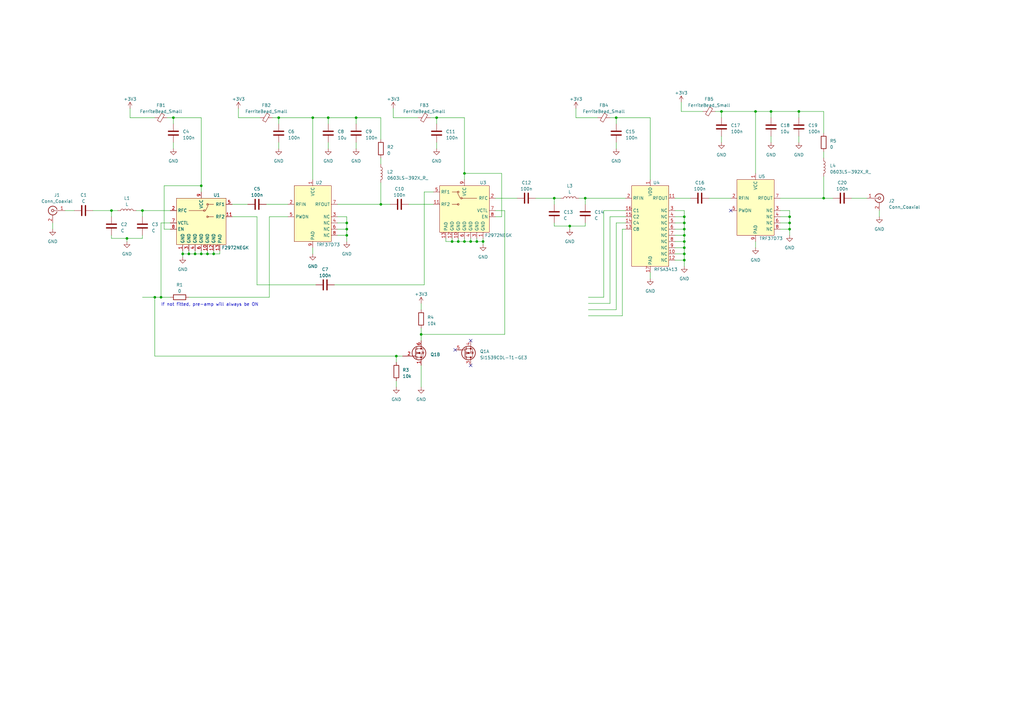
<source format=kicad_sch>
(kicad_sch (version 20210406) (generator eeschema)
  (paper "A3")
  (lib_symbols
    (symbol "Connector:Conn_Coaxial" (pin_names (offset 1.016) hide)
      (property "Reference" "J" (at 0.254 3.048 0))
      (property "Value" "Conn_Coaxial" (at 2.921 0 90))
      (symbol "Conn_Coaxial_0_1"
        (arc (start -1.778 0.508) (end 1.778 0) (radius (at -0.0508 0) (length 1.8034) (angles 163.6 0)) (stroke (width 0.254)))
        (arc (start 1.778 0) (end -1.778 -0.508) (radius (at -0.0254 0) (length 1.8034) (angles 0 -163.8)) (stroke (width 0.254)))
        (circle (center 0 0) (radius 0.508) (stroke (width 0.2032)))
        (polyline (pts (xy -2.54 0) (xy -0.508 0)))
        (polyline (pts (xy 0 -2.54) (xy 0 -1.778)))
      )
      (symbol "Conn_Coaxial_1_1"
        (pin passive line (at -5.08 0 0) (length 2.54) (name "In") (number "1"))
        (pin passive line (at 0 -5.08 90) (length 2.54) (name "Ext") (number "2"))
      )
    )
    (symbol "Device:C" (pin_numbers hide) (pin_names (offset 0.254))
      (property "Reference" "C" (at 0.635 2.54 0))
      (property "Value" "C" (at 0.635 -2.54 0))
      (symbol "C_0_1"
        (polyline (pts (xy -2.032 -0.762) (xy 2.032 -0.762)) (stroke (width 0.508)))
        (polyline (pts (xy -2.032 0.762) (xy 2.032 0.762)) (stroke (width 0.508)))
      )
      (symbol "C_1_1"
        (pin passive line (at 0 3.81 270) (length 2.794) (name "~") (number "1"))
        (pin passive line (at 0 -3.81 90) (length 2.794) (name "~") (number "2"))
      )
    )
    (symbol "Device:FerriteBead_Small" (pin_numbers hide) (pin_names (offset 0))
      (property "Reference" "FB" (at 1.905 1.27 0))
      (property "Value" "FerriteBead_Small" (at 1.905 -1.27 0))
      (symbol "FerriteBead_Small_0_1"
        (polyline (pts (xy 0 -1.27) (xy 0 -0.7874)))
        (polyline (pts (xy 0 0.889) (xy 0 1.2954)))
        (polyline (pts (xy -1.8288 0.2794) (xy -1.1176 1.4986) (xy 1.8288 -0.2032) (xy 1.1176 -1.4224) (xy -1.8288 0.2794)))
      )
      (symbol "FerriteBead_Small_1_1"
        (pin passive line (at 0 2.54 270) (length 1.27) (name "~") (number "1"))
        (pin passive line (at 0 -2.54 90) (length 1.27) (name "~") (number "2"))
      )
    )
    (symbol "Device:L" (pin_numbers hide) (pin_names (offset 1.016) hide)
      (property "Reference" "L" (at -1.27 0 90))
      (property "Value" "L" (at 1.905 0 90))
      (symbol "L_0_1"
        (arc (start 0 -2.54) (end 0 -1.27) (radius (at 0 -1.905) (length 0.635) (angles -89.9 89.9)))
        (arc (start 0 -1.27) (end 0 0) (radius (at 0 -0.635) (length 0.635) (angles -89.9 89.9)))
        (arc (start 0 0) (end 0 1.27) (radius (at 0 0.635) (length 0.635) (angles -89.9 89.9)))
        (arc (start 0 1.27) (end 0 2.54) (radius (at 0 1.905) (length 0.635) (angles -89.9 89.9)))
      )
      (symbol "L_1_1"
        (pin passive line (at 0 3.81 270) (length 1.27) (name "1") (number "1"))
        (pin passive line (at 0 -3.81 90) (length 1.27) (name "2") (number "2"))
      )
    )
    (symbol "Device:R" (pin_numbers hide) (pin_names (offset 0))
      (property "Reference" "R" (at 2.032 0 90))
      (property "Value" "R" (at 0 0 90))
      (symbol "R_0_1"
        (rectangle (start -1.016 -2.54) (end 1.016 2.54) (stroke (width 0.254)))
      )
      (symbol "R_1_1"
        (pin passive line (at 0 3.81 270) (length 1.27) (name "~") (number "1"))
        (pin passive line (at 0 -3.81 90) (length 1.27) (name "~") (number "2"))
      )
    )
    (symbol "FET_WUT:SI1539CDL-T1-GE3" (pin_names (offset 1.016))
      (property "Reference" "Q" (at 2.54 2.54 0))
      (property "Value" "SI1539CDL-T1-GE3" (at 11.43 -2.54 0))
      (symbol "SI1539CDL-T1-GE3_1_1"
        (circle (center -0.889 0) (radius 2.8194) (stroke (width 0.254)))
        (circle (center 0 -1.778) (radius 0.2794) (fill (type outline)))
        (circle (center 0 1.778) (radius 0.2794) (fill (type outline)))
        (polyline (pts (xy -5.08 1.27) (xy -2.286 1.27)))
        (polyline (pts (xy -1.778 -2.286) (xy -1.778 -1.27)) (stroke (width 0.254)))
        (polyline (pts (xy -1.778 -1.778) (xy 0 -1.778)))
        (polyline (pts (xy -1.778 -0.508) (xy -1.778 0.508)) (stroke (width 0.254)))
        (polyline (pts (xy -1.778 0) (xy 0 0)))
        (polyline (pts (xy -1.778 1.27) (xy -1.778 2.286)) (stroke (width 0.254)))
        (polyline (pts (xy -1.778 1.778) (xy 0 1.778)))
        (polyline (pts (xy 0 -2.54) (xy 0 -1.778)))
        (polyline (pts (xy 0 1.778) (xy 0 0)))
        (polyline (pts (xy 0 1.778) (xy 0 2.54)))
        (polyline (pts (xy -2.286 -1.905) (xy -2.286 1.905) (xy -2.286 1.905)) (stroke (width 0.254)))
        (polyline (pts (xy 0 1.778) (xy 0.762 1.778) (xy 0.762 -1.778) (xy 0 -1.778)))
        (polyline (pts (xy 0.254 0.508) (xy 0.381 0.381) (xy 1.143 0.381) (xy 1.27 0.254)))
        (polyline (pts (xy 0.762 0.381) (xy 0.381 -0.254) (xy 1.143 -0.254) (xy 0.762 0.381)))
        (polyline (pts (xy -0.254 0) (xy -1.27 0.381) (xy -1.27 -0.381) (xy -0.254 0)) (fill (type outline)))
        (pin passive line (at 0 -5.08 90) (length 2.54) (name "~") (number "3"))
        (pin passive line (at 0 5.08 270) (length 2.54) (name "~") (number "4"))
        (pin input line (at -6.35 1.27 0) (length 2.54) (name "~") (number "5"))
      )
      (symbol "SI1539CDL-T1-GE3_2_1"
        (circle (center -0.889 0) (radius 2.8194) (stroke (width 0.254)))
        (circle (center 0 -1.778) (radius 0.2794) (fill (type outline)))
        (circle (center 0 1.778) (radius 0.2794) (fill (type outline)))
        (polyline (pts (xy -1.778 -1.778) (xy 0 -1.778)))
        (polyline (pts (xy -1.778 -1.27) (xy -1.778 -2.286)) (stroke (width 0.254)))
        (polyline (pts (xy -1.778 0) (xy 0 0)))
        (polyline (pts (xy -1.778 0.508) (xy -1.778 -0.508)) (stroke (width 0.254)))
        (polyline (pts (xy -1.778 1.778) (xy 0 1.778)))
        (polyline (pts (xy -1.778 2.286) (xy -1.778 1.27)) (stroke (width 0.254)))
        (polyline (pts (xy 0 -1.778) (xy 0 -2.54)))
        (polyline (pts (xy 0 -1.778) (xy 0 0)))
        (polyline (pts (xy 0 2.54) (xy 0 1.778)))
        (polyline (pts (xy -2.286 1.905) (xy -2.286 -1.905) (xy -2.286 -1.905)) (stroke (width 0.254)))
        (polyline (pts (xy 0 -1.778) (xy 0.762 -1.778) (xy 0.762 1.778) (xy 0 1.778)))
        (polyline (pts (xy 0.254 0.508) (xy 0.381 0.381) (xy 1.143 0.381) (xy 1.27 0.254)))
        (polyline (pts (xy 0.762 0.381) (xy 0.381 -0.254) (xy 1.143 -0.254) (xy 0.762 0.381)))
        (polyline (pts (xy -1.524 0) (xy -0.508 0.381) (xy -0.508 -0.381) (xy -1.524 0)) (fill (type outline)))
        (pin passive line (at 0 -5.08 90) (length 2.54) (name "~") (number "1"))
        (pin input line (at -7.62 -1.27 0) (length 5.334) (name "~") (number "2"))
        (pin passive line (at 0 5.08 270) (length 2.54) (name "~") (number "6"))
      )
    )
    (symbol "RF_WUT:F2972NEGK"
      (property "Reference" "U" (at 8.89 6.35 0))
      (property "Value" "F2972NEGK" (at 15.24 -15.24 0))
      (symbol "F2972NEGK_0_1"
        (circle (center 1.27 0) (radius 0.3592) (stroke (width 0.1524)))
        (circle (center 2.54 -2.54) (radius 0.3592) (stroke (width 0.1524)))
        (circle (center 2.54 2.54) (radius 0.3592) (stroke (width 0.1524)))
        (rectangle (start -10.16 5.08) (end 10.16 -13.97) (stroke (width 0.1524)) (fill (type background)))
        (polyline (pts (xy -5.08 0) (xy 1.27 0)) (stroke (width 0.1524)))
        (polyline (pts (xy 1.778 0) (xy 2.794 2.032)) (stroke (width 0.1524)))
        (polyline (pts (xy 5.08 -2.54) (xy 2.54 -2.54)) (stroke (width 0.1524)))
        (polyline (pts (xy 5.08 2.54) (xy 3.81 2.54) (xy 2.54 2.54)) (stroke (width 0.1524)))
      )
      (symbol "F2972NEGK_1_1"
        (pin power_in line (at -7.62 -16.51 90) (length 2.54) (name "GND") (number "1"))
        (pin power_in line (at 2.54 -16.51 90) (length 2.54) (name "GND") (number "10"))
        (pin passive line (at 12.7 -2.54 180) (length 2.54) (name "RF2") (number "11"))
        (pin power_in line (at 5.08 -16.51 90) (length 2.54) (name "GND") (number "12"))
        (pin power_in line (at 7.62 -16.51 90) (length 2.54) (name "PAD") (number "13"))
        (pin passive line (at -12.7 0 0) (length 2.54) (name "RFC") (number "2"))
        (pin power_in line (at -5.08 -16.51 90) (length 2.54) (name "GND") (number "3"))
        (pin power_in line (at -2.54 -16.51 90) (length 2.54) (name "GND") (number "4"))
        (pin passive line (at 12.7 2.54 180) (length 2.54) (name "RF1") (number "5"))
        (pin power_in line (at 0 -16.51 90) (length 2.54) (name "GND") (number "6"))
        (pin input line (at -12.7 -5.08 0) (length 2.54) (name "VCTL") (number "7"))
        (pin input line (at -12.7 -7.62 0) (length 2.54) (name "EN") (number "8"))
        (pin power_in line (at 0 7.62 270) (length 2.54) (name "VCC") (number "9"))
      )
    )
    (symbol "RF_WUT:RFSA3413"
      (property "Reference" "U" (at 3.81 6.35 0))
      (property "Value" "RFSA3413" (at 7.62 -29.21 0))
      (symbol "RFSA3413_0_1"
        (rectangle (start -7.62 5.08) (end 7.62 -27.94) (stroke (width 0.1524)) (fill (type background)))
      )
      (symbol "RFSA3413_1_1"
        (pin power_in line (at 0 7.62 270) (length 2.54) (name "VDD") (number "1"))
        (pin passive line (at 10.16 -22.86 180) (length 2.54) (name "NC") (number "10"))
        (pin output line (at 10.16 0 180) (length 2.54) (name "RFOUT") (number "11"))
        (pin passive line (at 10.16 -25.4 180) (length 2.54) (name "NC") (number "12"))
        (pin input line (at -10.16 -12.7 0) (length 2.54) (name "C8") (number "13"))
        (pin input line (at -10.16 -10.16 0) (length 2.54) (name "C4") (number "14"))
        (pin input line (at -10.16 -7.62 0) (length 2.54) (name "C2") (number "15"))
        (pin input line (at -10.16 -5.08 0) (length 2.54) (name "C1") (number "16"))
        (pin power_in line (at 0 -30.48 90) (length 2.54) (name "PAD") (number "17"))
        (pin input line (at -10.16 0 0) (length 2.54) (name "RFIN") (number "2"))
        (pin passive line (at 10.16 -5.08 180) (length 2.54) (name "NC") (number "3"))
        (pin passive line (at 10.16 -7.62 180) (length 2.54) (name "NC") (number "4"))
        (pin passive line (at 10.16 -10.16 180) (length 2.54) (name "NC") (number "5"))
        (pin passive line (at 10.16 -12.7 180) (length 2.54) (name "NC") (number "6"))
        (pin passive line (at 10.16 -15.24 180) (length 2.54) (name "NC") (number "7"))
        (pin passive line (at 10.16 -17.78 180) (length 2.54) (name "NC") (number "8"))
        (pin passive line (at 10.16 -20.32 180) (length 2.54) (name "NC") (number "9"))
      )
    )
    (symbol "RF_WUT:TRF37D73"
      (property "Reference" "U" (at 3.81 8.89 0))
      (property "Value" "TRF37D73" (at 6.35 -16.51 0))
      (symbol "TRF37D73_0_1"
        (rectangle (start 7.62 7.62) (end -7.62 -15.24) (stroke (width 0.1524)) (fill (type background)))
      )
      (symbol "TRF37D73_1_1"
        (pin power_in line (at 0 10.16 270) (length 2.54) (name "VCC") (number "1"))
        (pin input line (at -10.16 0 0) (length 2.54) (name "RFIN") (number "2"))
        (pin passive line (at 10.16 -5.08 180) (length 2.54) (name "NC") (number "3"))
        (pin passive line (at 10.16 -7.62 180) (length 2.54) (name "NC") (number "4"))
        (pin passive line (at -10.16 -5.08 0) (length 2.54) (name "PWDN") (number "5"))
        (pin passive line (at 10.16 -10.16 180) (length 2.54) (name "NC") (number "6"))
        (pin output line (at 10.16 0 180) (length 2.54) (name "RFOUT") (number "7"))
        (pin passive line (at 10.16 -12.7 180) (length 2.54) (name "NC") (number "8"))
        (pin passive line (at 0 -17.78 90) (length 2.54) (name "PAD") (number "9"))
      )
    )
    (symbol "power:+3.3V" (power) (pin_names (offset 0))
      (property "Value" "+3.3V" (at 0 3.556 0))
      (symbol "+3.3V_0_1"
        (polyline (pts (xy -0.762 1.27) (xy 0 2.54)))
        (polyline (pts (xy 0 0) (xy 0 2.54)))
        (polyline (pts (xy 0 2.54) (xy 0.762 1.27)))
      )
      (symbol "+3.3V_1_1"
        (pin power_in line (at 0 0 90) (length 0) hide (name "+3V3") (number "1"))
      )
    )
    (symbol "power:GND" (power) (pin_names (offset 0))
      (property "Value" "GND" (at 0 -3.81 0))
      (symbol "GND_0_1"
        (polyline (pts (xy 0 0) (xy 0 -1.27) (xy 1.27 -1.27) (xy 0 -2.54) (xy -1.27 -1.27) (xy 0 -1.27)))
      )
      (symbol "GND_1_1"
        (pin power_in line (at 0 0 270) (length 0) hide (name "GND") (number "1"))
      )
    )
  )
  (junction (at 45.72 86.36) (diameter 0.9144))
  (junction (at 52.07 97.79) (diameter 0.9144))
  (junction (at 58.42 86.36) (diameter 0.9144))
  (junction (at 63.5 121.92) (diameter 0.9144))
  (junction (at 66.04 121.92) (diameter 0.9144))
  (junction (at 71.12 48.26) (diameter 0.9144))
  (junction (at 74.93 104.14) (diameter 0.9144))
  (junction (at 77.47 104.14) (diameter 0.9144))
  (junction (at 80.01 104.14) (diameter 0.9144))
  (junction (at 82.55 76.2) (diameter 0.9144))
  (junction (at 82.55 104.14) (diameter 0.9144))
  (junction (at 85.09 104.14) (diameter 0.9144))
  (junction (at 87.63 104.14) (diameter 0.9144))
  (junction (at 114.3 48.26) (diameter 0.9144))
  (junction (at 128.27 48.26) (diameter 0.9144))
  (junction (at 134.62 48.26) (diameter 0.9144))
  (junction (at 142.24 91.44) (diameter 0.9144))
  (junction (at 142.24 93.98) (diameter 0.9144))
  (junction (at 142.24 96.52) (diameter 0.9144))
  (junction (at 146.05 48.26) (diameter 0.9144))
  (junction (at 156.21 83.82) (diameter 0.9144))
  (junction (at 162.56 146.05) (diameter 0.9144))
  (junction (at 172.72 137.16) (diameter 0.9144))
  (junction (at 179.07 48.26) (diameter 0.9144))
  (junction (at 185.42 99.06) (diameter 0.9144))
  (junction (at 187.96 99.06) (diameter 0.9144))
  (junction (at 190.5 71.12) (diameter 0.9144))
  (junction (at 190.5 99.06) (diameter 0.9144))
  (junction (at 193.04 99.06) (diameter 0.9144))
  (junction (at 195.58 99.06) (diameter 0.9144))
  (junction (at 198.12 99.06) (diameter 0.9144))
  (junction (at 227.33 81.28) (diameter 0.9144))
  (junction (at 233.68 92.71) (diameter 0.9144))
  (junction (at 240.03 81.28) (diameter 0.9144))
  (junction (at 252.73 48.26) (diameter 0.9144))
  (junction (at 280.67 88.9) (diameter 0.9144))
  (junction (at 280.67 91.44) (diameter 0.9144))
  (junction (at 280.67 93.98) (diameter 0.9144))
  (junction (at 280.67 96.52) (diameter 0.9144))
  (junction (at 280.67 99.06) (diameter 0.9144))
  (junction (at 280.67 101.6) (diameter 0.9144))
  (junction (at 280.67 104.14) (diameter 0.9144))
  (junction (at 280.67 106.68) (diameter 0.9144))
  (junction (at 295.91 45.72) (diameter 0.9144))
  (junction (at 309.88 45.72) (diameter 0.9144))
  (junction (at 316.23 45.72) (diameter 0.9144))
  (junction (at 323.85 88.9) (diameter 0.9144))
  (junction (at 323.85 91.44) (diameter 0.9144))
  (junction (at 323.85 93.98) (diameter 0.9144))
  (junction (at 327.66 45.72) (diameter 0.9144))
  (junction (at 337.82 81.28) (diameter 0.9144))
  (no_connect (at 186.69 143.51))
  (no_connect (at 193.04 139.7))
  (no_connect (at 193.04 149.86))
  (no_connect (at 299.72 86.36))
  (wire (pts (xy 21.59 91.44) (xy 21.59 93.98)))
  (wire (pts (xy 26.67 86.36) (xy 30.48 86.36)))
  (wire (pts (xy 38.1 86.36) (xy 45.72 86.36)))
  (wire (pts (xy 45.72 86.36) (xy 45.72 88.9)))
  (wire (pts (xy 45.72 86.36) (xy 48.26 86.36)))
  (wire (pts (xy 45.72 96.52) (xy 45.72 97.79)))
  (wire (pts (xy 45.72 97.79) (xy 52.07 97.79)))
  (wire (pts (xy 52.07 97.79) (xy 52.07 99.06)))
  (wire (pts (xy 52.07 97.79) (xy 58.42 97.79)))
  (wire (pts (xy 53.34 48.26) (xy 53.34 44.45)))
  (wire (pts (xy 55.88 86.36) (xy 58.42 86.36)))
  (wire (pts (xy 58.42 86.36) (xy 58.42 88.9)))
  (wire (pts (xy 58.42 86.36) (xy 69.85 86.36)))
  (wire (pts (xy 58.42 97.79) (xy 58.42 96.52)))
  (wire (pts (xy 58.42 121.92) (xy 63.5 121.92)))
  (wire (pts (xy 63.5 48.26) (xy 53.34 48.26)))
  (wire (pts (xy 63.5 121.92) (xy 66.04 121.92)))
  (wire (pts (xy 63.5 146.05) (xy 63.5 121.92)))
  (wire (pts (xy 66.04 91.44) (xy 66.04 121.92)))
  (wire (pts (xy 66.04 91.44) (xy 69.85 91.44)))
  (wire (pts (xy 66.04 121.92) (xy 69.85 121.92)))
  (wire (pts (xy 67.31 76.2) (xy 82.55 76.2)))
  (wire (pts (xy 67.31 93.98) (xy 67.31 76.2)))
  (wire (pts (xy 68.58 48.26) (xy 71.12 48.26)))
  (wire (pts (xy 69.85 93.98) (xy 67.31 93.98)))
  (wire (pts (xy 71.12 48.26) (xy 71.12 50.8)))
  (wire (pts (xy 71.12 48.26) (xy 82.55 48.26)))
  (wire (pts (xy 71.12 58.42) (xy 71.12 60.96)))
  (wire (pts (xy 74.93 102.87) (xy 74.93 104.14)))
  (wire (pts (xy 74.93 104.14) (xy 74.93 105.41)))
  (wire (pts (xy 74.93 104.14) (xy 77.47 104.14)))
  (wire (pts (xy 77.47 102.87) (xy 77.47 104.14)))
  (wire (pts (xy 77.47 104.14) (xy 80.01 104.14)))
  (wire (pts (xy 80.01 102.87) (xy 80.01 104.14)))
  (wire (pts (xy 80.01 104.14) (xy 82.55 104.14)))
  (wire (pts (xy 82.55 48.26) (xy 82.55 76.2)))
  (wire (pts (xy 82.55 76.2) (xy 82.55 78.74)))
  (wire (pts (xy 82.55 102.87) (xy 82.55 104.14)))
  (wire (pts (xy 82.55 104.14) (xy 85.09 104.14)))
  (wire (pts (xy 85.09 102.87) (xy 85.09 104.14)))
  (wire (pts (xy 85.09 104.14) (xy 87.63 104.14)))
  (wire (pts (xy 87.63 102.87) (xy 87.63 104.14)))
  (wire (pts (xy 87.63 104.14) (xy 90.17 104.14)))
  (wire (pts (xy 90.17 104.14) (xy 90.17 102.87)))
  (wire (pts (xy 95.25 83.82) (xy 101.6 83.82)))
  (wire (pts (xy 95.25 88.9) (xy 105.41 88.9)))
  (wire (pts (xy 97.79 48.26) (xy 97.79 44.45)))
  (wire (pts (xy 105.41 88.9) (xy 105.41 116.84)))
  (wire (pts (xy 105.41 116.84) (xy 129.54 116.84)))
  (wire (pts (xy 106.68 48.26) (xy 97.79 48.26)))
  (wire (pts (xy 109.22 83.82) (xy 118.11 83.82)))
  (wire (pts (xy 110.49 88.9) (xy 110.49 121.92)))
  (wire (pts (xy 110.49 121.92) (xy 77.47 121.92)))
  (wire (pts (xy 111.76 48.26) (xy 114.3 48.26)))
  (wire (pts (xy 114.3 48.26) (xy 114.3 50.8)))
  (wire (pts (xy 114.3 48.26) (xy 128.27 48.26)))
  (wire (pts (xy 114.3 58.42) (xy 114.3 60.96)))
  (wire (pts (xy 118.11 88.9) (xy 110.49 88.9)))
  (wire (pts (xy 128.27 48.26) (xy 128.27 73.66)))
  (wire (pts (xy 128.27 101.6) (xy 128.27 104.14)))
  (wire (pts (xy 134.62 48.26) (xy 128.27 48.26)))
  (wire (pts (xy 134.62 48.26) (xy 134.62 50.8)))
  (wire (pts (xy 134.62 48.26) (xy 146.05 48.26)))
  (wire (pts (xy 134.62 58.42) (xy 134.62 60.96)))
  (wire (pts (xy 137.16 116.84) (xy 173.99 116.84)))
  (wire (pts (xy 138.43 83.82) (xy 156.21 83.82)))
  (wire (pts (xy 138.43 88.9) (xy 142.24 88.9)))
  (wire (pts (xy 138.43 91.44) (xy 142.24 91.44)))
  (wire (pts (xy 138.43 93.98) (xy 142.24 93.98)))
  (wire (pts (xy 138.43 96.52) (xy 142.24 96.52)))
  (wire (pts (xy 142.24 88.9) (xy 142.24 91.44)))
  (wire (pts (xy 142.24 91.44) (xy 142.24 93.98)))
  (wire (pts (xy 142.24 93.98) (xy 142.24 96.52)))
  (wire (pts (xy 142.24 96.52) (xy 142.24 99.06)))
  (wire (pts (xy 146.05 48.26) (xy 146.05 50.8)))
  (wire (pts (xy 146.05 58.42) (xy 146.05 60.96)))
  (wire (pts (xy 156.21 48.26) (xy 146.05 48.26)))
  (wire (pts (xy 156.21 57.15) (xy 156.21 48.26)))
  (wire (pts (xy 156.21 67.31) (xy 156.21 64.77)))
  (wire (pts (xy 156.21 74.93) (xy 156.21 83.82)))
  (wire (pts (xy 160.02 83.82) (xy 156.21 83.82)))
  (wire (pts (xy 161.29 48.26) (xy 161.29 44.45)))
  (wire (pts (xy 162.56 146.05) (xy 63.5 146.05)))
  (wire (pts (xy 162.56 146.05) (xy 162.56 148.59)))
  (wire (pts (xy 162.56 156.21) (xy 162.56 158.75)))
  (wire (pts (xy 165.1 146.05) (xy 162.56 146.05)))
  (wire (pts (xy 167.64 83.82) (xy 177.8 83.82)))
  (wire (pts (xy 171.45 48.26) (xy 161.29 48.26)))
  (wire (pts (xy 172.72 124.46) (xy 172.72 127)))
  (wire (pts (xy 172.72 134.62) (xy 172.72 137.16)))
  (wire (pts (xy 172.72 137.16) (xy 172.72 139.7)))
  (wire (pts (xy 172.72 137.16) (xy 207.01 137.16)))
  (wire (pts (xy 172.72 149.86) (xy 172.72 158.75)))
  (wire (pts (xy 173.99 78.74) (xy 177.8 78.74)))
  (wire (pts (xy 173.99 116.84) (xy 173.99 78.74)))
  (wire (pts (xy 176.53 48.26) (xy 179.07 48.26)))
  (wire (pts (xy 179.07 48.26) (xy 179.07 50.8)))
  (wire (pts (xy 179.07 48.26) (xy 190.5 48.26)))
  (wire (pts (xy 179.07 58.42) (xy 179.07 60.96)))
  (wire (pts (xy 182.88 99.06) (xy 182.88 97.79)))
  (wire (pts (xy 185.42 97.79) (xy 185.42 99.06)))
  (wire (pts (xy 185.42 99.06) (xy 182.88 99.06)))
  (wire (pts (xy 187.96 97.79) (xy 187.96 99.06)))
  (wire (pts (xy 187.96 99.06) (xy 185.42 99.06)))
  (wire (pts (xy 190.5 48.26) (xy 190.5 71.12)))
  (wire (pts (xy 190.5 71.12) (xy 190.5 73.66)))
  (wire (pts (xy 190.5 97.79) (xy 190.5 99.06)))
  (wire (pts (xy 190.5 99.06) (xy 187.96 99.06)))
  (wire (pts (xy 193.04 97.79) (xy 193.04 99.06)))
  (wire (pts (xy 193.04 99.06) (xy 190.5 99.06)))
  (wire (pts (xy 195.58 97.79) (xy 195.58 99.06)))
  (wire (pts (xy 195.58 99.06) (xy 193.04 99.06)))
  (wire (pts (xy 198.12 97.79) (xy 198.12 99.06)))
  (wire (pts (xy 198.12 99.06) (xy 195.58 99.06)))
  (wire (pts (xy 198.12 99.06) (xy 198.12 100.33)))
  (wire (pts (xy 203.2 81.28) (xy 212.09 81.28)))
  (wire (pts (xy 203.2 88.9) (xy 205.74 88.9)))
  (wire (pts (xy 205.74 71.12) (xy 190.5 71.12)))
  (wire (pts (xy 205.74 88.9) (xy 205.74 71.12)))
  (wire (pts (xy 207.01 86.36) (xy 203.2 86.36)))
  (wire (pts (xy 207.01 137.16) (xy 207.01 86.36)))
  (wire (pts (xy 219.71 81.28) (xy 227.33 81.28)))
  (wire (pts (xy 227.33 81.28) (xy 227.33 83.82)))
  (wire (pts (xy 227.33 81.28) (xy 229.87 81.28)))
  (wire (pts (xy 227.33 91.44) (xy 227.33 92.71)))
  (wire (pts (xy 227.33 92.71) (xy 233.68 92.71)))
  (wire (pts (xy 233.68 92.71) (xy 233.68 93.98)))
  (wire (pts (xy 233.68 92.71) (xy 240.03 92.71)))
  (wire (pts (xy 236.22 48.26) (xy 236.22 44.45)))
  (wire (pts (xy 237.49 81.28) (xy 240.03 81.28)))
  (wire (pts (xy 240.03 81.28) (xy 240.03 83.82)))
  (wire (pts (xy 240.03 81.28) (xy 256.54 81.28)))
  (wire (pts (xy 240.03 92.71) (xy 240.03 91.44)))
  (wire (pts (xy 241.3 121.92) (xy 247.65 121.92)))
  (wire (pts (xy 241.3 124.46) (xy 250.19 124.46)))
  (wire (pts (xy 241.3 127) (xy 252.73 127)))
  (wire (pts (xy 241.3 129.54) (xy 255.27 129.54)))
  (wire (pts (xy 245.11 48.26) (xy 236.22 48.26)))
  (wire (pts (xy 247.65 86.36) (xy 247.65 121.92)))
  (wire (pts (xy 250.19 48.26) (xy 252.73 48.26)))
  (wire (pts (xy 250.19 88.9) (xy 250.19 124.46)))
  (wire (pts (xy 252.73 48.26) (xy 252.73 50.8)))
  (wire (pts (xy 252.73 48.26) (xy 266.7 48.26)))
  (wire (pts (xy 252.73 58.42) (xy 252.73 60.96)))
  (wire (pts (xy 252.73 91.44) (xy 252.73 127)))
  (wire (pts (xy 255.27 93.98) (xy 255.27 129.54)))
  (wire (pts (xy 256.54 86.36) (xy 247.65 86.36)))
  (wire (pts (xy 256.54 88.9) (xy 250.19 88.9)))
  (wire (pts (xy 256.54 91.44) (xy 252.73 91.44)))
  (wire (pts (xy 256.54 93.98) (xy 255.27 93.98)))
  (wire (pts (xy 266.7 48.26) (xy 266.7 73.66)))
  (wire (pts (xy 266.7 111.76) (xy 266.7 114.3)))
  (wire (pts (xy 276.86 81.28) (xy 283.21 81.28)))
  (wire (pts (xy 276.86 86.36) (xy 280.67 86.36)))
  (wire (pts (xy 276.86 88.9) (xy 280.67 88.9)))
  (wire (pts (xy 276.86 91.44) (xy 280.67 91.44)))
  (wire (pts (xy 276.86 93.98) (xy 280.67 93.98)))
  (wire (pts (xy 276.86 96.52) (xy 280.67 96.52)))
  (wire (pts (xy 276.86 99.06) (xy 280.67 99.06)))
  (wire (pts (xy 276.86 101.6) (xy 280.67 101.6)))
  (wire (pts (xy 276.86 104.14) (xy 280.67 104.14)))
  (wire (pts (xy 276.86 106.68) (xy 280.67 106.68)))
  (wire (pts (xy 279.4 45.72) (xy 279.4 41.91)))
  (wire (pts (xy 280.67 86.36) (xy 280.67 88.9)))
  (wire (pts (xy 280.67 88.9) (xy 280.67 91.44)))
  (wire (pts (xy 280.67 91.44) (xy 280.67 93.98)))
  (wire (pts (xy 280.67 93.98) (xy 280.67 96.52)))
  (wire (pts (xy 280.67 96.52) (xy 280.67 99.06)))
  (wire (pts (xy 280.67 99.06) (xy 280.67 101.6)))
  (wire (pts (xy 280.67 101.6) (xy 280.67 104.14)))
  (wire (pts (xy 280.67 104.14) (xy 280.67 106.68)))
  (wire (pts (xy 280.67 106.68) (xy 280.67 109.22)))
  (wire (pts (xy 288.29 45.72) (xy 279.4 45.72)))
  (wire (pts (xy 290.83 81.28) (xy 299.72 81.28)))
  (wire (pts (xy 293.37 45.72) (xy 295.91 45.72)))
  (wire (pts (xy 295.91 45.72) (xy 295.91 48.26)))
  (wire (pts (xy 295.91 45.72) (xy 309.88 45.72)))
  (wire (pts (xy 295.91 55.88) (xy 295.91 58.42)))
  (wire (pts (xy 309.88 45.72) (xy 309.88 71.12)))
  (wire (pts (xy 309.88 99.06) (xy 309.88 101.6)))
  (wire (pts (xy 316.23 45.72) (xy 309.88 45.72)))
  (wire (pts (xy 316.23 45.72) (xy 316.23 48.26)))
  (wire (pts (xy 316.23 45.72) (xy 327.66 45.72)))
  (wire (pts (xy 316.23 55.88) (xy 316.23 58.42)))
  (wire (pts (xy 320.04 81.28) (xy 337.82 81.28)))
  (wire (pts (xy 320.04 86.36) (xy 323.85 86.36)))
  (wire (pts (xy 320.04 88.9) (xy 323.85 88.9)))
  (wire (pts (xy 320.04 91.44) (xy 323.85 91.44)))
  (wire (pts (xy 320.04 93.98) (xy 323.85 93.98)))
  (wire (pts (xy 323.85 86.36) (xy 323.85 88.9)))
  (wire (pts (xy 323.85 88.9) (xy 323.85 91.44)))
  (wire (pts (xy 323.85 91.44) (xy 323.85 93.98)))
  (wire (pts (xy 323.85 93.98) (xy 323.85 96.52)))
  (wire (pts (xy 327.66 45.72) (xy 327.66 48.26)))
  (wire (pts (xy 327.66 55.88) (xy 327.66 58.42)))
  (wire (pts (xy 337.82 45.72) (xy 327.66 45.72)))
  (wire (pts (xy 337.82 54.61) (xy 337.82 45.72)))
  (wire (pts (xy 337.82 64.77) (xy 337.82 62.23)))
  (wire (pts (xy 337.82 72.39) (xy 337.82 81.28)))
  (wire (pts (xy 341.63 81.28) (xy 337.82 81.28)))
  (wire (pts (xy 349.25 81.28) (xy 355.6 81.28)))
  (wire (pts (xy 360.68 86.36) (xy 360.68 88.9)))
  (text "If not fitted, pre-amp will always be ON" (at 66.04 125.73 0) (effects (font (size 1.27 1.27)) (justify left bottom)))
  (symbol (lib_id "power:+3.3V") (at 53.34 44.45 0) (unit 1)
    (property "Reference" "#PWR03" (effects hide))
    (property "Value" "+3.3V" (at 53.34 40.64 0))
  )
  (symbol (lib_id "power:+3.3V") (at 97.79 44.45 0) (unit 1)
    (property "Reference" "#PWR06" (effects hide))
    (property "Value" "+3.3V" (at 97.79 40.64 0))
  )
  (symbol (lib_id "power:+3.3V") (at 161.29 44.45 0) (unit 1)
    (property "Reference" "#PWR012" (effects hide))
    (property "Value" "+3.3V" (at 161.29 40.64 0))
  )
  (symbol (lib_id "power:+3.3V") (at 172.72 124.46 0) (unit 1)
    (property "Reference" "#PWR014" (effects hide))
    (property "Value" "+3.3V" (at 172.72 120.65 0))
  )
  (symbol (lib_id "power:+3.3V") (at 236.22 44.45 0) (unit 1)
    (property "Reference" "#PWR019" (effects hide))
    (property "Value" "+3.3V" (at 236.22 40.64 0))
  )
  (symbol (lib_id "power:+3.3V") (at 279.4 41.91 0) (unit 1)
    (property "Reference" "#PWR022" (effects hide))
    (property "Value" "+3.3V" (at 279.4 38.1 0))
  )
  (symbol (lib_id "power:GND") (at 21.59 93.98 0) (unit 1)
    (property "Reference" "#PWR01" (effects hide))
    (property "Value" "GND" (at 21.59 99.06 0))
  )
  (symbol (lib_id "power:GND") (at 52.07 99.06 0) (unit 1)
    (property "Reference" "#PWR02" (effects hide))
    (property "Value" "GND" (at 52.07 104.14 0))
  )
  (symbol (lib_id "power:GND") (at 71.12 60.96 0) (unit 1)
    (property "Reference" "#PWR04" (effects hide))
    (property "Value" "GND" (at 71.12 66.04 0))
  )
  (symbol (lib_id "power:GND") (at 74.93 105.41 0) (unit 1)
    (property "Reference" "#PWR05" (effects hide))
    (property "Value" "GND" (at 74.93 110.49 0))
  )
  (symbol (lib_id "power:GND") (at 114.3 60.96 0) (unit 1)
    (property "Reference" "#PWR07" (effects hide))
    (property "Value" "GND" (at 114.3 66.04 0))
  )
  (symbol (lib_id "power:GND") (at 128.27 104.14 0) (unit 1)
    (property "Reference" "#PWR08" (effects hide))
    (property "Value" "GND" (at 128.27 109.22 0))
  )
  (symbol (lib_id "power:GND") (at 134.62 60.96 0) (unit 1)
    (property "Reference" "#PWR09" (effects hide))
    (property "Value" "GND" (at 134.62 66.04 0))
  )
  (symbol (lib_id "power:GND") (at 142.24 99.06 0) (unit 1)
    (property "Reference" "#PWR010" (effects hide))
    (property "Value" "GND" (at 142.24 104.14 0))
  )
  (symbol (lib_id "power:GND") (at 146.05 60.96 0) (unit 1)
    (property "Reference" "#PWR011" (effects hide))
    (property "Value" "GND" (at 146.05 66.04 0))
  )
  (symbol (lib_id "power:GND") (at 162.56 158.75 0) (unit 1)
    (property "Reference" "#PWR013" (effects hide))
    (property "Value" "GND" (at 162.56 163.83 0))
  )
  (symbol (lib_id "power:GND") (at 172.72 158.75 0) (unit 1)
    (property "Reference" "#PWR015" (effects hide))
    (property "Value" "GND" (at 172.72 163.83 0))
  )
  (symbol (lib_id "power:GND") (at 179.07 60.96 0) (unit 1)
    (property "Reference" "#PWR016" (effects hide))
    (property "Value" "GND" (at 179.07 66.04 0))
  )
  (symbol (lib_id "power:GND") (at 198.12 100.33 0) (mirror y) (unit 1)
    (property "Reference" "#PWR017" (effects hide))
    (property "Value" "GND" (at 198.12 105.41 0))
  )
  (symbol (lib_id "power:GND") (at 233.68 93.98 0) (unit 1)
    (property "Reference" "#PWR018" (effects hide))
    (property "Value" "GND" (at 233.68 99.06 0))
  )
  (symbol (lib_id "power:GND") (at 252.73 60.96 0) (unit 1)
    (property "Reference" "#PWR020" (effects hide))
    (property "Value" "GND" (at 252.73 66.04 0))
  )
  (symbol (lib_id "power:GND") (at 266.7 114.3 0) (unit 1)
    (property "Reference" "#PWR021" (effects hide))
    (property "Value" "GND" (at 266.7 119.38 0))
  )
  (symbol (lib_id "power:GND") (at 280.67 109.22 0) (unit 1)
    (property "Reference" "#PWR023" (effects hide))
    (property "Value" "GND" (at 280.67 114.3 0))
  )
  (symbol (lib_id "power:GND") (at 295.91 58.42 0) (unit 1)
    (property "Reference" "#PWR024" (effects hide))
    (property "Value" "GND" (at 295.91 63.5 0))
  )
  (symbol (lib_id "power:GND") (at 309.88 101.6 0) (unit 1)
    (property "Reference" "#PWR025" (effects hide))
    (property "Value" "GND" (at 309.88 106.68 0))
  )
  (symbol (lib_id "power:GND") (at 316.23 58.42 0) (unit 1)
    (property "Reference" "#PWR026" (effects hide))
    (property "Value" "GND" (at 316.23 63.5 0))
  )
  (symbol (lib_id "power:GND") (at 323.85 96.52 0) (unit 1)
    (property "Reference" "#PWR027" (effects hide))
    (property "Value" "GND" (at 323.85 101.6 0))
  )
  (symbol (lib_id "power:GND") (at 327.66 58.42 0) (unit 1)
    (property "Reference" "#PWR028" (effects hide))
    (property "Value" "GND" (at 327.66 63.5 0))
  )
  (symbol (lib_id "power:GND") (at 360.68 88.9 0) (unit 1)
    (property "Reference" "#PWR029" (effects hide))
    (property "Value" "GND" (at 360.68 93.98 0))
  )
  (symbol (lib_id "Device:L") (at 52.07 86.36 90) (unit 1)
    (property "Reference" "L1" (at 52.07 81.28 90))
    (property "Value" "L" (at 52.07 83.82 90))
    (property "Footprint" "Inductor_SMD:L_0603_1608Metric" (effects hide))
  )
  (symbol (lib_id "Device:L") (at 156.21 71.12 0) (unit 1)
    (property "Reference" "L2" (at 158.75 70.4849 0) (effects (justify left)))
    (property "Value" "0603LS-392X_R_ " (at 158.75 73.0249 0) (effects (justify left)))
    (property "Footprint" "Inductor_SMD:L_0603_1608Metric" (effects hide))
  )
  (symbol (lib_id "Device:L") (at 233.68 81.28 90) (unit 1)
    (property "Reference" "L3" (at 233.68 76.2 90))
    (property "Value" "L" (at 233.68 78.74 90))
    (property "Footprint" "Inductor_SMD:L_0603_1608Metric" (effects hide))
  )
  (symbol (lib_id "Device:L") (at 337.82 68.58 0) (unit 1)
    (property "Reference" "L4" (at 340.36 67.9449 0) (effects (justify left)))
    (property "Value" "0603LS-392X_R_ " (at 340.36 70.4849 0) (effects (justify left)))
    (property "Footprint" "Inductor_SMD:L_0603_1608Metric" (effects hide))
  )
  (symbol (lib_id "Device:R") (at 73.66 121.92 90) (unit 1)
    (property "Reference" "R1" (at 73.66 116.84 90))
    (property "Value" "0" (at 73.66 119.38 90))
    (property "Footprint" "Resistor_SMD:R_0402_1005Metric" (effects hide))
  )
  (symbol (lib_id "Device:R") (at 156.21 60.96 0) (unit 1)
    (property "Reference" "R2" (at 158.75 60.3249 0) (effects (justify left)))
    (property "Value" "0" (at 158.75 62.8649 0) (effects (justify left)))
    (property "Footprint" "Resistor_SMD:R_0402_1005Metric" (effects hide))
  )
  (symbol (lib_id "Device:R") (at 162.56 152.4 0) (unit 1)
    (property "Reference" "R3" (at 165.1 151.7649 0) (effects (justify left)))
    (property "Value" "10k" (at 165.1 154.3049 0) (effects (justify left)))
    (property "Footprint" "Resistor_SMD:R_0402_1005Metric" (effects hide))
  )
  (symbol (lib_id "Device:R") (at 172.72 130.81 0) (unit 1)
    (property "Reference" "R4" (at 175.26 130.1749 0) (effects (justify left)))
    (property "Value" "10k" (at 175.26 132.7149 0) (effects (justify left)))
    (property "Footprint" "Resistor_SMD:R_0402_1005Metric" (effects hide))
  )
  (symbol (lib_id "Device:R") (at 337.82 58.42 0) (unit 1)
    (property "Reference" "R5" (at 340.36 57.7849 0) (effects (justify left)))
    (property "Value" "0" (at 340.36 60.3249 0) (effects (justify left)))
    (property "Footprint" "Resistor_SMD:R_0402_1005Metric" (effects hide))
  )
  (symbol (lib_id "Device:FerriteBead_Small") (at 66.04 48.26 90) (unit 1)
    (property "Reference" "FB1" (at 66.04 43.18 90))
    (property "Value" "FerriteBead_Small" (at 66.04 45.72 90))
    (property "Footprint" "Inductor_SMD:L_0402_1005Metric" (effects hide))
  )
  (symbol (lib_id "Device:FerriteBead_Small") (at 109.22 48.26 90) (unit 1)
    (property "Reference" "FB2" (at 109.22 43.18 90))
    (property "Value" "FerriteBead_Small" (at 109.22 45.72 90))
    (property "Footprint" "Inductor_SMD:L_0603_1608Metric" (effects hide))
  )
  (symbol (lib_id "Device:FerriteBead_Small") (at 173.99 48.26 90) (unit 1)
    (property "Reference" "FB3" (at 173.99 43.18 90))
    (property "Value" "FerriteBead_Small" (at 173.99 45.72 90))
    (property "Footprint" "Inductor_SMD:L_0402_1005Metric" (effects hide))
  )
  (symbol (lib_id "Device:FerriteBead_Small") (at 247.65 48.26 90) (unit 1)
    (property "Reference" "FB4" (at 247.65 43.18 90))
    (property "Value" "FerriteBead_Small" (at 247.65 45.72 90))
    (property "Footprint" "Inductor_SMD:L_0402_1005Metric" (effects hide))
  )
  (symbol (lib_id "Device:FerriteBead_Small") (at 290.83 45.72 90) (unit 1)
    (property "Reference" "FB5" (at 290.83 40.64 90))
    (property "Value" "FerriteBead_Small" (at 290.83 43.18 90))
    (property "Footprint" "Inductor_SMD:L_0603_1608Metric" (effects hide))
  )
  (symbol (lib_id "Device:C") (at 34.29 86.36 90) (unit 1)
    (property "Reference" "C1" (at 34.29 80.01 90))
    (property "Value" "C" (at 34.29 82.55 90))
    (property "Footprint" "Capacitor_SMD:C_0402_1005Metric" (effects hide))
  )
  (symbol (lib_id "Device:C") (at 45.72 92.71 0) (unit 1)
    (property "Reference" "C2" (at 49.53 92.0749 0) (effects (justify left)))
    (property "Value" "C" (at 49.53 94.6149 0) (effects (justify left)))
    (property "Footprint" "Capacitor_SMD:C_0603_1608Metric" (effects hide))
  )
  (symbol (lib_id "Device:C") (at 58.42 92.71 0) (unit 1)
    (property "Reference" "C3" (at 62.23 92.0749 0) (effects (justify left)))
    (property "Value" "C" (at 62.23 94.6149 0) (effects (justify left)))
    (property "Footprint" "Capacitor_SMD:C_0603_1608Metric" (effects hide))
  )
  (symbol (lib_id "Device:C") (at 71.12 54.61 0) (unit 1)
    (property "Reference" "C4" (at 74.93 53.9749 0) (effects (justify left)))
    (property "Value" "100n" (at 74.93 56.5149 0) (effects (justify left)))
    (property "Footprint" "Capacitor_SMD:C_0402_1005Metric" (effects hide))
  )
  (symbol (lib_id "Device:C") (at 105.41 83.82 90) (unit 1)
    (property "Reference" "C5" (at 105.41 77.47 90))
    (property "Value" "100n" (at 105.41 80.01 90))
    (property "Footprint" "Capacitor_SMD:C_0402_1005Metric" (effects hide))
  )
  (symbol (lib_id "Device:C") (at 114.3 54.61 0) (unit 1)
    (property "Reference" "C6" (at 118.11 53.9749 0) (effects (justify left)))
    (property "Value" "100n" (at 118.11 56.5149 0) (effects (justify left)))
    (property "Footprint" "Capacitor_SMD:C_0402_1005Metric" (effects hide))
  )
  (symbol (lib_id "Device:C") (at 133.35 116.84 90) (unit 1)
    (property "Reference" "C7" (at 133.35 110.49 90))
    (property "Value" "100n" (at 133.35 113.03 90))
    (property "Footprint" "Capacitor_SMD:C_0402_1005Metric" (effects hide))
  )
  (symbol (lib_id "Device:C") (at 134.62 54.61 0) (unit 1)
    (property "Reference" "C8" (at 138.43 53.9749 0) (effects (justify left)))
    (property "Value" "10u" (at 138.43 56.5149 0) (effects (justify left)))
    (property "Footprint" "Capacitor_SMD:C_0603_1608Metric" (effects hide))
  )
  (symbol (lib_id "Device:C") (at 146.05 54.61 0) (unit 1)
    (property "Reference" "C9" (at 149.86 53.9749 0) (effects (justify left)))
    (property "Value" "100n" (at 149.86 56.5149 0) (effects (justify left)))
    (property "Footprint" "Capacitor_SMD:C_0402_1005Metric" (effects hide))
  )
  (symbol (lib_id "Device:C") (at 163.83 83.82 90) (unit 1)
    (property "Reference" "C10" (at 163.83 77.47 90))
    (property "Value" "100n" (at 163.83 80.01 90))
    (property "Footprint" "Capacitor_SMD:C_0402_1005Metric" (effects hide))
  )
  (symbol (lib_id "Device:C") (at 179.07 54.61 0) (unit 1)
    (property "Reference" "C11" (at 182.88 53.9749 0) (effects (justify left)))
    (property "Value" "100n" (at 182.88 56.5149 0) (effects (justify left)))
    (property "Footprint" "Capacitor_SMD:C_0402_1005Metric" (effects hide))
  )
  (symbol (lib_id "Device:C") (at 215.9 81.28 90) (unit 1)
    (property "Reference" "C12" (at 215.9 74.93 90))
    (property "Value" "100n" (at 215.9 77.47 90))
    (property "Footprint" "Capacitor_SMD:C_0402_1005Metric" (effects hide))
  )
  (symbol (lib_id "Device:C") (at 227.33 87.63 0) (unit 1)
    (property "Reference" "C13" (at 231.14 86.9949 0) (effects (justify left)))
    (property "Value" "C" (at 231.14 89.5349 0) (effects (justify left)))
    (property "Footprint" "Capacitor_SMD:C_0603_1608Metric" (effects hide))
  )
  (symbol (lib_id "Device:C") (at 240.03 87.63 0) (unit 1)
    (property "Reference" "C14" (at 243.84 86.9949 0) (effects (justify left)))
    (property "Value" "C" (at 243.84 89.5349 0) (effects (justify left)))
    (property "Footprint" "Capacitor_SMD:C_0603_1608Metric" (effects hide))
  )
  (symbol (lib_id "Device:C") (at 252.73 54.61 0) (unit 1)
    (property "Reference" "C15" (at 256.54 53.9749 0) (effects (justify left)))
    (property "Value" "100n" (at 256.54 56.5149 0) (effects (justify left)))
    (property "Footprint" "Capacitor_SMD:C_0402_1005Metric" (effects hide))
  )
  (symbol (lib_id "Device:C") (at 287.02 81.28 90) (unit 1)
    (property "Reference" "C16" (at 287.02 74.93 90))
    (property "Value" "100n" (at 287.02 77.47 90))
    (property "Footprint" "Capacitor_SMD:C_0402_1005Metric" (effects hide))
  )
  (symbol (lib_id "Device:C") (at 295.91 52.07 0) (unit 1)
    (property "Reference" "C17" (at 299.72 51.4349 0) (effects (justify left)))
    (property "Value" "100n" (at 299.72 53.9749 0) (effects (justify left)))
    (property "Footprint" "Capacitor_SMD:C_0402_1005Metric" (effects hide))
  )
  (symbol (lib_id "Device:C") (at 316.23 52.07 0) (unit 1)
    (property "Reference" "C18" (at 320.04 51.4349 0) (effects (justify left)))
    (property "Value" "10u" (at 320.04 53.9749 0) (effects (justify left)))
    (property "Footprint" "Capacitor_SMD:C_0603_1608Metric" (effects hide))
  )
  (symbol (lib_id "Device:C") (at 327.66 52.07 0) (unit 1)
    (property "Reference" "C19" (at 331.47 51.4349 0) (effects (justify left)))
    (property "Value" "100n" (at 331.47 53.9749 0) (effects (justify left)))
    (property "Footprint" "Capacitor_SMD:C_0402_1005Metric" (effects hide))
  )
  (symbol (lib_id "Device:C") (at 345.44 81.28 90) (unit 1)
    (property "Reference" "C20" (at 345.44 74.93 90))
    (property "Value" "100n" (at 345.44 77.47 90))
    (property "Footprint" "Capacitor_SMD:C_0402_1005Metric" (effects hide))
  )
  (symbol (lib_id "Connector:Conn_Coaxial") (at 21.59 86.36 0) (mirror y) (unit 1)
    (property "Reference" "J1" (at 23.368 80.01 0))
    (property "Value" "Conn_Coaxial" (at 23.368 82.55 0))
    (property "Footprint" "Connector_WUT:SMA_Molex_73251-1150_EdgeMount_Horizontal" (effects hide))
    (property "Datasheet" " ~" (effects hide))
  )
  (symbol (lib_id "Connector:Conn_Coaxial") (at 360.68 81.28 0) (unit 1)
    (property "Reference" "J2" (at 364.49 82.4102 0) (effects (justify left)))
    (property "Value" "Conn_Coaxial" (at 364.49 84.9502 0) (effects (justify left)))
    (property "Footprint" "Connector_WUT:SMA_Molex_73251-1150_EdgeMount_Horizontal" (effects hide))
    (property "Datasheet" " ~" (effects hide))
  )
  (symbol (lib_id "FET_WUT:SI1539CDL-T1-GE3") (at 193.04 144.78 0) (unit 1)
    (property "Reference" "Q1" (at 196.85 144.1449 0) (effects (justify left)))
    (property "Value" "SI1539CDL-T1-GE3" (at 196.85 146.6849 0) (effects (justify left)))
    (property "Footprint" "Package_TO_SOT_SMD:SOT-363_SC-70-6" (effects hide))
    (property "Datasheet" "http://www.farnell.com/datasheets/2046888.pdf?_ga=2.10385267.757253015.1566033402-1939168838.1503764787&_gac=1.194507103.1566045244.Cj0KCQjwy97qBRDoARIsAITONTJuV5xFoCHf_GI1a48CAr1bhcTG8MWnV8MNsj2BZU5FrIPf5CF8XT8aAi5HEALw_wcB" (effects hide))
  )
  (symbol (lib_id "FET_WUT:SI1539CDL-T1-GE3") (at 172.72 144.78 0) (unit 2)
    (property "Reference" "Q1" (at 176.53 145.4149 0) (effects (justify left)))
    (property "Value" "SI1539CDL-T1-GE3" (effects hide))
    (property "Footprint" "Package_TO_SOT_SMD:SOT-363_SC-70-6" (effects hide))
    (property "Datasheet" "http://www.farnell.com/datasheets/2046888.pdf?_ga=2.10385267.757253015.1566033402-1939168838.1503764787&_gac=1.194507103.1566045244.Cj0KCQjwy97qBRDoARIsAITONTJuV5xFoCHf_GI1a48CAr1bhcTG8MWnV8MNsj2BZU5FrIPf5CF8XT8aAi5HEALw_wcB" (effects hide))
  )
  (symbol (lib_id "RF_WUT:TRF37D73") (at 128.27 83.82 0) (unit 1)
    (property "Reference" "U2" (at 130.81 74.93 0))
    (property "Value" "TRF37D73" (at 134.62 100.33 0))
    (property "Footprint" "Package_SON:WSON-8-1EP_2x2mm_P0.5mm_EP0.9x1.6mm" (effects hide))
    (property "Datasheet" "https://www.ti.com/lit/ds/symlink/trf37d73.pdf?HQS=dis-mous-null-mousermode-dsf-pf-null-wwe&ts=1622812497705&ref_url=https%253A%252F%252Fwww.mouser.de%252F" (effects hide))
  )
  (symbol (lib_id "RF_WUT:TRF37D73") (at 309.88 81.28 0) (unit 1)
    (property "Reference" "U5" (at 312.42 72.39 0))
    (property "Value" "TRF37D73" (at 316.23 97.79 0))
    (property "Footprint" "Package_SON:WSON-8-1EP_2x2mm_P0.5mm_EP0.9x1.6mm" (effects hide))
    (property "Datasheet" "https://www.ti.com/lit/ds/symlink/trf37d73.pdf?HQS=dis-mous-null-mousermode-dsf-pf-null-wwe&ts=1622812497705&ref_url=https%253A%252F%252Fwww.mouser.de%252F" (effects hide))
  )
  (symbol (lib_id "RF_WUT:F2972NEGK") (at 82.55 86.36 0) (unit 1)
    (property "Reference" "U1" (at 88.9 80.01 0))
    (property "Value" "F2972NEGK" (at 96.52 101.6 0))
    (property "Footprint" "RF_WUT:Renesas_QFN-12-1EP_2x2mm_P0.5mm_EP1.1x1.1mm" (effects hide))
  )
  (symbol (lib_id "RF_WUT:F2972NEGK") (at 190.5 81.28 0) (mirror y) (unit 1)
    (property "Reference" "U3" (at 198.12 74.93 0))
    (property "Value" "F2972NEGK" (at 204.47 96.52 0))
    (property "Footprint" "RF_WUT:Renesas_QFN-12-1EP_2x2mm_P0.5mm_EP1.1x1.1mm" (effects hide))
  )
  (symbol (lib_id "RF_WUT:RFSA3413") (at 266.7 81.28 0) (unit 1)
    (property "Reference" "U4" (at 269.24 74.93 0))
    (property "Value" "RFSA3413" (at 273.05 110.49 0))
    (property "Footprint" "Package_DFN_QFN:QFN-16-1EP_3x3mm_P0.5mm_EP1.7x1.7mm_ThermalVias" (effects hide))
    (property "Datasheet" "https://www.mouser.co.uk/datasheet/2/412/RFSA3413_Data_Sheet-1506844.pdf" (effects hide))
  )
)
</source>
